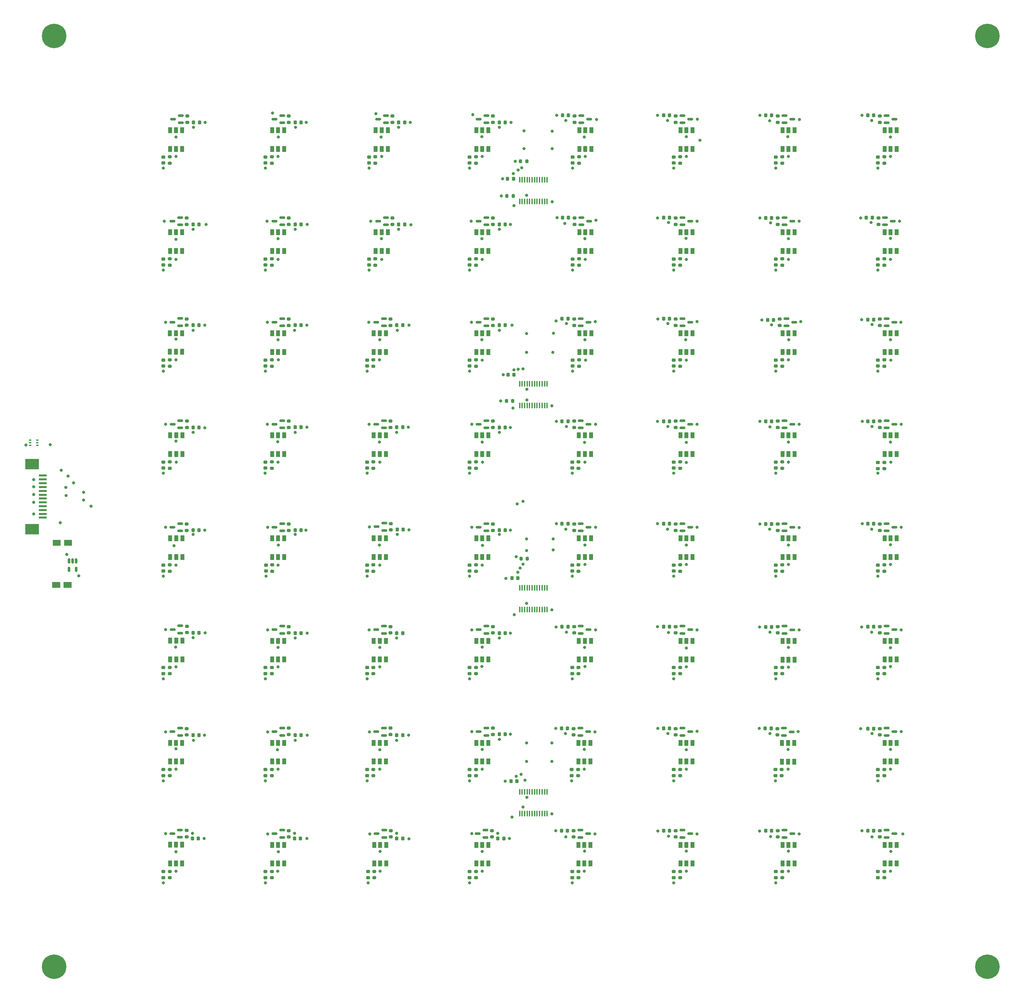
<source format=gbr>
%TF.GenerationSoftware,KiCad,Pcbnew,(6.0.8-1)-1*%
%TF.CreationDate,2023-01-11T15:38:10-05:00*%
%TF.ProjectId,smart-chessboard-board,736d6172-742d-4636-9865-7373626f6172,C*%
%TF.SameCoordinates,Original*%
%TF.FileFunction,Soldermask,Top*%
%TF.FilePolarity,Negative*%
%FSLAX46Y46*%
G04 Gerber Fmt 4.6, Leading zero omitted, Abs format (unit mm)*
G04 Created by KiCad (PCBNEW (6.0.8-1)-1) date 2023-01-11 15:38:10*
%MOMM*%
%LPD*%
G01*
G04 APERTURE LIST*
G04 Aperture macros list*
%AMRoundRect*
0 Rectangle with rounded corners*
0 $1 Rounding radius*
0 $2 $3 $4 $5 $6 $7 $8 $9 X,Y pos of 4 corners*
0 Add a 4 corners polygon primitive as box body*
4,1,4,$2,$3,$4,$5,$6,$7,$8,$9,$2,$3,0*
0 Add four circle primitives for the rounded corners*
1,1,$1+$1,$2,$3*
1,1,$1+$1,$4,$5*
1,1,$1+$1,$6,$7*
1,1,$1+$1,$8,$9*
0 Add four rect primitives between the rounded corners*
20,1,$1+$1,$2,$3,$4,$5,0*
20,1,$1+$1,$4,$5,$6,$7,0*
20,1,$1+$1,$6,$7,$8,$9,0*
20,1,$1+$1,$8,$9,$2,$3,0*%
%AMFreePoly0*
4,1,6,1.000000,0.000000,0.500000,-0.750000,-0.500000,-0.750000,-0.500000,0.750000,0.500000,0.750000,1.000000,0.000000,1.000000,0.000000,$1*%
G04 Aperture macros list end*
%ADD10RoundRect,0.150000X0.587500X0.150000X-0.587500X0.150000X-0.587500X-0.150000X0.587500X-0.150000X0*%
%ADD11RoundRect,0.150000X-0.587500X-0.150000X0.587500X-0.150000X0.587500X0.150000X-0.587500X0.150000X0*%
%ADD12RoundRect,0.225000X0.225000X0.250000X-0.225000X0.250000X-0.225000X-0.250000X0.225000X-0.250000X0*%
%ADD13R,1.000000X1.500000*%
%ADD14RoundRect,0.200000X0.275000X-0.200000X0.275000X0.200000X-0.275000X0.200000X-0.275000X-0.200000X0*%
%ADD15RoundRect,0.200000X-0.275000X0.200000X-0.275000X-0.200000X0.275000X-0.200000X0.275000X0.200000X0*%
%ADD16RoundRect,0.225000X-0.225000X-0.250000X0.225000X-0.250000X0.225000X0.250000X-0.225000X0.250000X0*%
%ADD17C,3.600000*%
%ADD18C,6.400000*%
%ADD19RoundRect,0.225000X-0.250000X0.225000X-0.250000X-0.225000X0.250000X-0.225000X0.250000X0.225000X0*%
%ADD20RoundRect,0.200000X-0.200000X-0.275000X0.200000X-0.275000X0.200000X0.275000X-0.200000X0.275000X0*%
%ADD21R,1.500000X1.500000*%
%ADD22FreePoly0,180.000000*%
%ADD23FreePoly0,0.000000*%
%ADD24RoundRect,0.100000X0.100000X-0.637500X0.100000X0.637500X-0.100000X0.637500X-0.100000X-0.637500X0*%
%ADD25RoundRect,0.150000X-0.150000X0.512500X-0.150000X-0.512500X0.150000X-0.512500X0.150000X0.512500X0*%
%ADD26R,2.000000X0.610000*%
%ADD27R,3.600000X2.680000*%
%ADD28RoundRect,0.075000X-0.250000X-0.075000X0.250000X-0.075000X0.250000X0.075000X-0.250000X0.075000X0*%
%ADD29C,0.800000*%
G04 APERTURE END LIST*
D10*
%TO.C,U432*%
X320882500Y-185481000D03*
X320882500Y-183581000D03*
D11*
X322882500Y-184531000D03*
%TD*%
D12*
%TO.C,C453*%
X237757000Y-103632000D03*
X236207000Y-103632000D03*
%TD*%
D13*
%TO.C,D202*%
X160325000Y-272452000D03*
X161925000Y-272452000D03*
X163525000Y-272452000D03*
X163525000Y-267552000D03*
X161925000Y-267552000D03*
X160325000Y-267552000D03*
%TD*%
D14*
%TO.C,R410*%
X164719000Y-238696000D03*
X164719000Y-237046000D03*
%TD*%
D11*
%TO.C,U460*%
X216327500Y-76901000D03*
X216327500Y-78801000D03*
D10*
X214327500Y-77851000D03*
%TD*%
D15*
%TO.C,R437*%
X239268000Y-156782000D03*
X239268000Y-158432000D03*
%TD*%
D16*
%TO.C,C402*%
X166217000Y-265938000D03*
X167767000Y-265938000D03*
%TD*%
D14*
%TO.C,R444*%
X218059000Y-131762000D03*
X218059000Y-130112000D03*
%TD*%
D13*
%TO.C,D245*%
X240589000Y-138721000D03*
X242189000Y-138721000D03*
X243789000Y-138721000D03*
X243789000Y-133821000D03*
X242189000Y-133821000D03*
X240589000Y-133821000D03*
%TD*%
D14*
%TO.C,R245*%
X213614000Y-142430000D03*
X213614000Y-140780000D03*
%TD*%
D17*
%TO.C,H102*%
X347218000Y-299466000D03*
D18*
X347218000Y-299466000D03*
%TD*%
D11*
%TO.C,U442*%
X162987500Y-129987000D03*
X162987500Y-131887000D03*
D10*
X160987500Y-130937000D03*
%TD*%
D12*
%TO.C,C440*%
X317513000Y-156845000D03*
X315963000Y-156845000D03*
%TD*%
D13*
%TO.C,D209*%
X133655000Y-245782000D03*
X135255000Y-245782000D03*
X136855000Y-245782000D03*
X136855000Y-240882000D03*
X135255000Y-240882000D03*
X133655000Y-240882000D03*
%TD*%
%TO.C,D237*%
X240462000Y-165391000D03*
X242062000Y-165391000D03*
X243662000Y-165391000D03*
X243662000Y-160491000D03*
X242062000Y-160491000D03*
X240462000Y-160491000D03*
%TD*%
D12*
%TO.C,C446*%
X264173000Y-130048000D03*
X262623000Y-130048000D03*
%TD*%
D19*
%TO.C,C227*%
X185166000Y-194424000D03*
X185166000Y-195974000D03*
%TD*%
D14*
%TO.C,R428*%
X218059000Y-185356000D03*
X218059000Y-183706000D03*
%TD*%
D13*
%TO.C,D208*%
X320345000Y-272452000D03*
X321945000Y-272452000D03*
X323545000Y-272452000D03*
X323545000Y-267552000D03*
X321945000Y-267552000D03*
X320345000Y-267552000D03*
%TD*%
D12*
%TO.C,C416*%
X317513000Y-237236000D03*
X315963000Y-237236000D03*
%TD*%
D13*
%TO.C,D238*%
X267005000Y-165391000D03*
X268605000Y-165391000D03*
X270205000Y-165391000D03*
X270205000Y-160491000D03*
X268605000Y-160491000D03*
X267005000Y-160491000D03*
%TD*%
D12*
%TO.C,C439*%
X290843000Y-156859000D03*
X289293000Y-156859000D03*
%TD*%
D15*
%TO.C,R424*%
X319151000Y-210503000D03*
X319151000Y-212153000D03*
%TD*%
D14*
%TO.C,R220*%
X186817000Y-222821000D03*
X186817000Y-221171000D03*
%TD*%
D16*
%TO.C,C409*%
X139687000Y-238887000D03*
X141237000Y-238887000D03*
%TD*%
D19*
%TO.C,C222*%
X265303000Y-221221000D03*
X265303000Y-222771000D03*
%TD*%
D13*
%TO.C,D257*%
X133655000Y-85635000D03*
X135255000Y-85635000D03*
X136855000Y-85635000D03*
X136855000Y-80735000D03*
X135255000Y-80735000D03*
X133655000Y-80735000D03*
%TD*%
D14*
%TO.C,R222*%
X240411000Y-222821000D03*
X240411000Y-221171000D03*
%TD*%
D12*
%TO.C,C455*%
X290843000Y-103646000D03*
X289293000Y-103646000D03*
%TD*%
D19*
%TO.C,C258*%
X158623000Y-87744000D03*
X158623000Y-89294000D03*
%TD*%
D11*
%TO.C,U459*%
X190038500Y-76901000D03*
X190038500Y-78801000D03*
D10*
X188038500Y-77851000D03*
%TD*%
%TO.C,U464*%
X320882500Y-78801000D03*
X320882500Y-76901000D03*
D11*
X322882500Y-77851000D03*
%TD*%
D19*
%TO.C,C237*%
X238760000Y-167500000D03*
X238760000Y-169050000D03*
%TD*%
D15*
%TO.C,R414*%
X265811000Y-237173000D03*
X265811000Y-238823000D03*
%TD*%
D14*
%TO.C,R417*%
X138073580Y-212083000D03*
X138073580Y-210433000D03*
%TD*%
D13*
%TO.C,D258*%
X160325000Y-85635000D03*
X161925000Y-85635000D03*
X163525000Y-85635000D03*
X163525000Y-80735000D03*
X161925000Y-80735000D03*
X160325000Y-80735000D03*
%TD*%
D10*
%TO.C,U424*%
X320882500Y-212278000D03*
X320882500Y-210378000D03*
D11*
X322882500Y-211328000D03*
%TD*%
D16*
%TO.C,C458*%
X166357000Y-78740000D03*
X167907000Y-78740000D03*
%TD*%
D19*
%TO.C,C221*%
X238760000Y-221221000D03*
X238760000Y-222771000D03*
%TD*%
%TO.C,C204*%
X211963000Y-274561000D03*
X211963000Y-276111000D03*
%TD*%
D10*
%TO.C,U445*%
X240999500Y-131887000D03*
X240999500Y-129987000D03*
D11*
X242999500Y-130937000D03*
%TD*%
D19*
%TO.C,C236*%
X211963000Y-167500000D03*
X211963000Y-169050000D03*
%TD*%
D14*
%TO.C,R208*%
X320294000Y-276161000D03*
X320294000Y-274511000D03*
%TD*%
%TO.C,R217*%
X320294000Y-249491000D03*
X320294000Y-247841000D03*
%TD*%
D19*
%TO.C,C248*%
X318643000Y-140830000D03*
X318643000Y-142380000D03*
%TD*%
D13*
%TO.C,D239*%
X293675000Y-165405000D03*
X295275000Y-165405000D03*
X296875000Y-165405000D03*
X296875000Y-160505000D03*
X295275000Y-160505000D03*
X293675000Y-160505000D03*
%TD*%
%TO.C,D263*%
X293675000Y-85649000D03*
X295275000Y-85649000D03*
X296875000Y-85649000D03*
X296875000Y-80749000D03*
X295275000Y-80749000D03*
X293675000Y-80749000D03*
%TD*%
D14*
%TO.C,R252*%
X187325000Y-116014000D03*
X187325000Y-114364000D03*
%TD*%
%TO.C,R258*%
X133604000Y-89344000D03*
X133604000Y-87694000D03*
%TD*%
D20*
%TO.C,R303*%
X221679000Y-97917000D03*
X223329000Y-97917000D03*
%TD*%
D14*
%TO.C,R234*%
X133604000Y-169100000D03*
X133604000Y-167450000D03*
%TD*%
D19*
%TO.C,C214*%
X265303000Y-247891000D03*
X265303000Y-249441000D03*
%TD*%
D14*
%TO.C,R451*%
X191770000Y-105346000D03*
X191770000Y-103696000D03*
%TD*%
D11*
%TO.C,U420*%
X216327500Y-210378000D03*
X216327500Y-212278000D03*
D10*
X214327500Y-211328000D03*
%TD*%
D19*
%TO.C,C264*%
X318643000Y-87744000D03*
X318643000Y-89294000D03*
%TD*%
D13*
%TO.C,D231*%
X293675000Y-192329000D03*
X295275000Y-192329000D03*
X296875000Y-192329000D03*
X296875000Y-187429000D03*
X295275000Y-187429000D03*
X293675000Y-187429000D03*
%TD*%
%TO.C,D224*%
X320345000Y-219112000D03*
X321945000Y-219112000D03*
X323545000Y-219112000D03*
X323545000Y-214212000D03*
X321945000Y-214212000D03*
X320345000Y-214212000D03*
%TD*%
D11*
%TO.C,U410*%
X162987500Y-237048000D03*
X162987500Y-238948000D03*
D10*
X160987500Y-237998000D03*
%TD*%
D15*
%TO.C,R439*%
X292481000Y-156796000D03*
X292481000Y-158446000D03*
%TD*%
D14*
%TO.C,R233*%
X320294000Y-196024000D03*
X320294000Y-194374000D03*
%TD*%
D10*
%TO.C,U440*%
X320882500Y-158557000D03*
X320882500Y-156657000D03*
D11*
X322882500Y-157607000D03*
%TD*%
D14*
%TO.C,R436*%
X218059000Y-158432000D03*
X218059000Y-156782000D03*
%TD*%
%TO.C,R207*%
X293624000Y-276161000D03*
X293624000Y-274511000D03*
%TD*%
%TO.C,R255*%
X266954000Y-116014000D03*
X266954000Y-114364000D03*
%TD*%
D16*
%TO.C,C460*%
X219697000Y-78740000D03*
X221247000Y-78740000D03*
%TD*%
D19*
%TO.C,C250*%
X158623000Y-114414000D03*
X158623000Y-115964000D03*
%TD*%
D14*
%TO.C,R238*%
X240411000Y-169100000D03*
X240411000Y-167450000D03*
%TD*%
D11*
%TO.C,U452*%
X216327500Y-103571000D03*
X216327500Y-105471000D03*
D10*
X214327500Y-104521000D03*
%TD*%
D19*
%TO.C,C215*%
X291846000Y-247891000D03*
X291846000Y-249441000D03*
%TD*%
D11*
%TO.C,U401*%
X136254500Y-263692600D03*
X136254500Y-265592600D03*
D10*
X134254500Y-264642600D03*
%TD*%
D16*
%TO.C,C401*%
X139497000Y-265912600D03*
X141047000Y-265912600D03*
%TD*%
D14*
%TO.C,R226*%
X133604000Y-196024000D03*
X133604000Y-194374000D03*
%TD*%
D13*
%TO.C,D259*%
X187376000Y-85635000D03*
X188976000Y-85635000D03*
X190576000Y-85635000D03*
X190576000Y-80735000D03*
X188976000Y-80735000D03*
X187376000Y-80735000D03*
%TD*%
D10*
%TO.C,U408*%
X320882500Y-265618000D03*
X320882500Y-263718000D03*
D11*
X322882500Y-264668000D03*
%TD*%
D19*
%TO.C,C231*%
X291973000Y-194424000D03*
X291973000Y-195974000D03*
%TD*%
D16*
%TO.C,C404*%
X219316000Y-265938000D03*
X220866000Y-265938000D03*
%TD*%
D10*
%TO.C,U429*%
X240999500Y-185481000D03*
X240999500Y-183581000D03*
D11*
X242999500Y-184531000D03*
%TD*%
D12*
%TO.C,C437*%
X237630000Y-156845000D03*
X236080000Y-156845000D03*
%TD*%
D15*
%TO.C,R438*%
X265811000Y-156782000D03*
X265811000Y-158432000D03*
%TD*%
D13*
%TO.C,D213*%
X240335000Y-245782000D03*
X241935000Y-245782000D03*
X243535000Y-245782000D03*
X243535000Y-240882000D03*
X241935000Y-240882000D03*
X240335000Y-240882000D03*
%TD*%
D14*
%TO.C,R224*%
X293624000Y-222821000D03*
X293624000Y-221171000D03*
%TD*%
%TO.C,R457*%
X138176000Y-78676000D03*
X138176000Y-77026000D03*
%TD*%
%TO.C,R401*%
X137986000Y-265467600D03*
X137986000Y-263817600D03*
%TD*%
D13*
%TO.C,D210*%
X160325000Y-245782000D03*
X161925000Y-245782000D03*
X163525000Y-245782000D03*
X163525000Y-240882000D03*
X161925000Y-240882000D03*
X160325000Y-240882000D03*
%TD*%
D19*
%TO.C,C232*%
X318643000Y-194424000D03*
X318643000Y-195974000D03*
%TD*%
D14*
%TO.C,R427*%
X191389000Y-185229000D03*
X191389000Y-183579000D03*
%TD*%
D11*
%TO.C,U411*%
X189530500Y-237048000D03*
X189530500Y-238948000D03*
D10*
X187530500Y-237998000D03*
%TD*%
D13*
%TO.C,D261*%
X240589000Y-85635000D03*
X242189000Y-85635000D03*
X243789000Y-85635000D03*
X243789000Y-80735000D03*
X242189000Y-80735000D03*
X240589000Y-80735000D03*
%TD*%
D10*
%TO.C,U453*%
X241126500Y-105471000D03*
X241126500Y-103571000D03*
D11*
X243126500Y-104521000D03*
%TD*%
D14*
%TO.C,R434*%
X164719000Y-158432000D03*
X164719000Y-156782000D03*
%TD*%
D15*
%TO.C,R453*%
X239395000Y-103696000D03*
X239395000Y-105346000D03*
%TD*%
D14*
%TO.C,R237*%
X213614000Y-169100000D03*
X213614000Y-167450000D03*
%TD*%
D12*
%TO.C,C422*%
X264173000Y-210566000D03*
X262623000Y-210566000D03*
%TD*%
D21*
%TO.C,SW102*%
X106610000Y-199644000D03*
X104210000Y-199644000D03*
D22*
X107410000Y-199644000D03*
D23*
X103410000Y-199644000D03*
%TD*%
D13*
%TO.C,D206*%
X267005000Y-272452000D03*
X268605000Y-272452000D03*
X270205000Y-272452000D03*
X270205000Y-267552000D03*
X268605000Y-267552000D03*
X267005000Y-267552000D03*
%TD*%
D24*
%TO.C,U302*%
X225025000Y-206062500D03*
X225675000Y-206062500D03*
X226325000Y-206062500D03*
X226975000Y-206062500D03*
X227625000Y-206062500D03*
X228275000Y-206062500D03*
X228925000Y-206062500D03*
X229575000Y-206062500D03*
X230225000Y-206062500D03*
X230875000Y-206062500D03*
X231525000Y-206062500D03*
X232175000Y-206062500D03*
X232175000Y-200337500D03*
X231525000Y-200337500D03*
X230875000Y-200337500D03*
X230225000Y-200337500D03*
X229575000Y-200337500D03*
X228925000Y-200337500D03*
X228275000Y-200337500D03*
X227625000Y-200337500D03*
X226975000Y-200337500D03*
X226325000Y-200337500D03*
X225675000Y-200337500D03*
X225025000Y-200337500D03*
%TD*%
D15*
%TO.C,R447*%
X292989000Y-130126000D03*
X292989000Y-131776000D03*
%TD*%
D14*
%TO.C,R264*%
X293624000Y-89344000D03*
X293624000Y-87694000D03*
%TD*%
%TO.C,R239*%
X266954000Y-169100000D03*
X266954000Y-167450000D03*
%TD*%
D12*
%TO.C,C405*%
X237503000Y-263906000D03*
X235953000Y-263906000D03*
%TD*%
D13*
%TO.C,D205*%
X240335000Y-272452000D03*
X241935000Y-272452000D03*
X243535000Y-272452000D03*
X243535000Y-267552000D03*
X241935000Y-267552000D03*
X240335000Y-267552000D03*
%TD*%
D21*
%TO.C,SW101*%
X106737000Y-188595000D03*
X104337000Y-188595000D03*
D22*
X107537000Y-188595000D03*
D23*
X103537000Y-188595000D03*
%TD*%
D14*
%TO.C,R204*%
X213614000Y-276161000D03*
X213614000Y-274511000D03*
%TD*%
D19*
%TO.C,C254*%
X265303000Y-114414000D03*
X265303000Y-115964000D03*
%TD*%
D16*
%TO.C,C428*%
X219697000Y-185293000D03*
X221247000Y-185293000D03*
%TD*%
D10*
%TO.C,U405*%
X240872500Y-265618000D03*
X240872500Y-263718000D03*
D11*
X242872500Y-264668000D03*
%TD*%
D15*
%TO.C,R416*%
X319151000Y-237173000D03*
X319151000Y-238823000D03*
%TD*%
D14*
%TO.C,R411*%
X191262000Y-238696000D03*
X191262000Y-237046000D03*
%TD*%
D12*
%TO.C,C302*%
X224549000Y-197866000D03*
X222999000Y-197866000D03*
%TD*%
D14*
%TO.C,R243*%
X160274000Y-142430000D03*
X160274000Y-140780000D03*
%TD*%
D19*
%TO.C,C238*%
X265303000Y-167500000D03*
X265303000Y-169050000D03*
%TD*%
D14*
%TO.C,R201*%
X133604000Y-276161000D03*
X133604000Y-274511000D03*
%TD*%
D16*
%TO.C,C451*%
X193408000Y-105410000D03*
X194958000Y-105410000D03*
%TD*%
D19*
%TO.C,C257*%
X131953000Y-87744000D03*
X131953000Y-89294000D03*
%TD*%
%TO.C,C241*%
X131953000Y-140830000D03*
X131953000Y-142380000D03*
%TD*%
D13*
%TO.C,D241*%
X133639580Y-138685000D03*
X135239580Y-138685000D03*
X136839580Y-138685000D03*
X136839580Y-133785000D03*
X135239580Y-133785000D03*
X133639580Y-133785000D03*
%TD*%
%TO.C,D234*%
X160325000Y-165391000D03*
X161925000Y-165391000D03*
X163525000Y-165391000D03*
X163525000Y-160491000D03*
X161925000Y-160491000D03*
X160325000Y-160491000D03*
%TD*%
D10*
%TO.C,U431*%
X294212500Y-185495000D03*
X294212500Y-183595000D03*
D11*
X296212500Y-184545000D03*
%TD*%
%TO.C,U419*%
X189530500Y-210378000D03*
X189530500Y-212278000D03*
D10*
X187530500Y-211328000D03*
%TD*%
D19*
%TO.C,C263*%
X291973000Y-87744000D03*
X291973000Y-89294000D03*
%TD*%
D11*
%TO.C,U412*%
X216327500Y-237048000D03*
X216327500Y-238948000D03*
D10*
X214327500Y-237998000D03*
%TD*%
D16*
%TO.C,C418*%
X166344000Y-212217000D03*
X167894000Y-212217000D03*
%TD*%
D15*
%TO.C,R455*%
X292481000Y-103710000D03*
X292481000Y-105360000D03*
%TD*%
D13*
%TO.C,D242*%
X160325000Y-138721000D03*
X161925000Y-138721000D03*
X163525000Y-138721000D03*
X163525000Y-133821000D03*
X161925000Y-133821000D03*
X160325000Y-133821000D03*
%TD*%
D11*
%TO.C,U451*%
X190038500Y-103571000D03*
X190038500Y-105471000D03*
D10*
X188038500Y-104521000D03*
%TD*%
D14*
%TO.C,R443*%
X191262000Y-131762000D03*
X191262000Y-130112000D03*
%TD*%
D19*
%TO.C,C207*%
X291973000Y-274561000D03*
X291973000Y-276111000D03*
%TD*%
D16*
%TO.C,C433*%
X139701580Y-158490000D03*
X141251580Y-158490000D03*
%TD*%
%TO.C,C412*%
X219697000Y-238633000D03*
X221247000Y-238633000D03*
%TD*%
D12*
%TO.C,C454*%
X264173000Y-103632000D03*
X262623000Y-103632000D03*
%TD*%
D14*
%TO.C,R418*%
X164719000Y-212153000D03*
X164719000Y-210503000D03*
%TD*%
D16*
%TO.C,C443*%
X192900000Y-131699000D03*
X194450000Y-131699000D03*
%TD*%
D15*
%TO.C,R407*%
X292481000Y-263843000D03*
X292481000Y-265493000D03*
%TD*%
D19*
%TO.C,C212*%
X211963000Y-247891000D03*
X211963000Y-249441000D03*
%TD*%
%TO.C,C208*%
X318643000Y-274561000D03*
X318643000Y-276111000D03*
%TD*%
D15*
%TO.C,R423*%
X292481000Y-210517000D03*
X292481000Y-212167000D03*
%TD*%
D16*
%TO.C,C436*%
X219697000Y-158496000D03*
X221247000Y-158496000D03*
%TD*%
%TO.C,C411*%
X192900000Y-238887000D03*
X194450000Y-238887000D03*
%TD*%
D14*
%TO.C,R449*%
X138049000Y-105346000D03*
X138049000Y-103696000D03*
%TD*%
D15*
%TO.C,R405*%
X239141000Y-263843000D03*
X239141000Y-265493000D03*
%TD*%
D14*
%TO.C,R235*%
X160274000Y-169100000D03*
X160274000Y-167450000D03*
%TD*%
D13*
%TO.C,D220*%
X213665000Y-219112000D03*
X215265000Y-219112000D03*
X216865000Y-219112000D03*
X216865000Y-214212000D03*
X215265000Y-214212000D03*
X213665000Y-214212000D03*
%TD*%
D12*
%TO.C,C408*%
X317513000Y-263906000D03*
X315963000Y-263906000D03*
%TD*%
D10*
%TO.C,U421*%
X240999500Y-212278000D03*
X240999500Y-210378000D03*
D11*
X242999500Y-211328000D03*
%TD*%
D10*
%TO.C,U415*%
X294085500Y-238962000D03*
X294085500Y-237062000D03*
D11*
X296085500Y-238012000D03*
%TD*%
D18*
%TO.C,H104*%
X103378000Y-299466000D03*
D17*
X103378000Y-299466000D03*
%TD*%
D12*
%TO.C,C461*%
X237757000Y-76835000D03*
X236207000Y-76835000D03*
%TD*%
D16*
%TO.C,C457*%
X139814000Y-78740000D03*
X141364000Y-78740000D03*
%TD*%
D15*
%TO.C,R408*%
X319151000Y-263843000D03*
X319151000Y-265493000D03*
%TD*%
D14*
%TO.C,R452*%
X218059000Y-105346000D03*
X218059000Y-103696000D03*
%TD*%
D19*
%TO.C,C206*%
X265303000Y-274561000D03*
X265303000Y-276111000D03*
%TD*%
D14*
%TO.C,R221*%
X213614000Y-222821000D03*
X213614000Y-221171000D03*
%TD*%
D12*
%TO.C,C432*%
X317513000Y-183642000D03*
X315963000Y-183642000D03*
%TD*%
D13*
%TO.C,D252*%
X213665000Y-112305000D03*
X215265000Y-112305000D03*
X216865000Y-112305000D03*
X216865000Y-107405000D03*
X215265000Y-107405000D03*
X213665000Y-107405000D03*
%TD*%
D19*
%TO.C,C260*%
X211963000Y-87744000D03*
X211963000Y-89294000D03*
%TD*%
D14*
%TO.C,R202*%
X160274000Y-276161000D03*
X160274000Y-274511000D03*
%TD*%
%TO.C,R205*%
X240411000Y-276161000D03*
X240411000Y-274511000D03*
%TD*%
D16*
%TO.C,C450*%
X166357000Y-105410000D03*
X167907000Y-105410000D03*
%TD*%
D19*
%TO.C,C211*%
X185166000Y-247891000D03*
X185166000Y-249441000D03*
%TD*%
D11*
%TO.C,U409*%
X136317500Y-237048000D03*
X136317500Y-238948000D03*
D10*
X134317500Y-237998000D03*
%TD*%
%TO.C,U446*%
X267542500Y-131887000D03*
X267542500Y-129987000D03*
D11*
X269542500Y-130937000D03*
%TD*%
D14*
%TO.C,R216*%
X293497000Y-249491000D03*
X293497000Y-247841000D03*
%TD*%
D13*
%TO.C,D225*%
X133679580Y-192332000D03*
X135279580Y-192332000D03*
X136879580Y-192332000D03*
X136879580Y-187432000D03*
X135279580Y-187432000D03*
X133679580Y-187432000D03*
%TD*%
D14*
%TO.C,R263*%
X266954000Y-89344000D03*
X266954000Y-87694000D03*
%TD*%
D10*
%TO.C,U438*%
X267542500Y-158557000D03*
X267542500Y-156657000D03*
D11*
X269542500Y-157607000D03*
%TD*%
D19*
%TO.C,C253*%
X238887000Y-114414000D03*
X238887000Y-115964000D03*
%TD*%
D16*
%TO.C,C426*%
X166357000Y-185293000D03*
X167907000Y-185293000D03*
%TD*%
D14*
%TO.C,R227*%
X160401000Y-196024000D03*
X160401000Y-194374000D03*
%TD*%
D11*
%TO.C,U450*%
X162987500Y-103571000D03*
X162987500Y-105471000D03*
D10*
X160987500Y-104521000D03*
%TD*%
D13*
%TO.C,D216*%
X320345000Y-245782000D03*
X321945000Y-245782000D03*
X323545000Y-245782000D03*
X323545000Y-240882000D03*
X321945000Y-240882000D03*
X320345000Y-240882000D03*
%TD*%
D19*
%TO.C,C217*%
X131953000Y-221221000D03*
X131953000Y-222771000D03*
%TD*%
D13*
%TO.C,D233*%
X133669580Y-165385000D03*
X135269580Y-165385000D03*
X136869580Y-165385000D03*
X136869580Y-160485000D03*
X135269580Y-160485000D03*
X133669580Y-160485000D03*
%TD*%
D10*
%TO.C,U437*%
X240999500Y-158557000D03*
X240999500Y-156657000D03*
D11*
X242999500Y-157607000D03*
%TD*%
D14*
%TO.C,R253*%
X213614000Y-116014000D03*
X213614000Y-114364000D03*
%TD*%
D10*
%TO.C,U439*%
X294212500Y-158571000D03*
X294212500Y-156671000D03*
D11*
X296212500Y-157621000D03*
%TD*%
D13*
%TO.C,D247*%
X293675000Y-138735000D03*
X295275000Y-138735000D03*
X296875000Y-138735000D03*
X296875000Y-133835000D03*
X295275000Y-133835000D03*
X293675000Y-133835000D03*
%TD*%
%TO.C,D218*%
X160325000Y-219112000D03*
X161925000Y-219112000D03*
X163525000Y-219112000D03*
X163525000Y-214212000D03*
X161925000Y-214212000D03*
X160325000Y-214212000D03*
%TD*%
%TO.C,D201*%
X133655000Y-272426600D03*
X135255000Y-272426600D03*
X136855000Y-272426600D03*
X136855000Y-267526600D03*
X135255000Y-267526600D03*
X133655000Y-267526600D03*
%TD*%
D16*
%TO.C,C427*%
X193027000Y-185166000D03*
X194577000Y-185166000D03*
%TD*%
D14*
%TO.C,R218*%
X133604000Y-222821000D03*
X133604000Y-221171000D03*
%TD*%
D19*
%TO.C,C240*%
X318643000Y-167627000D03*
X318643000Y-169177000D03*
%TD*%
D16*
%TO.C,C434*%
X166357000Y-158369000D03*
X167907000Y-158369000D03*
%TD*%
D15*
%TO.C,R406*%
X265811000Y-263843000D03*
X265811000Y-265493000D03*
%TD*%
D13*
%TO.C,D228*%
X213665000Y-192315000D03*
X215265000Y-192315000D03*
X216865000Y-192315000D03*
X216865000Y-187415000D03*
X215265000Y-187415000D03*
X213665000Y-187415000D03*
%TD*%
%TO.C,D204*%
X213665000Y-272452000D03*
X215265000Y-272452000D03*
X216865000Y-272452000D03*
X216865000Y-267552000D03*
X215265000Y-267552000D03*
X213665000Y-267552000D03*
%TD*%
D15*
%TO.C,R448*%
X319151000Y-130112000D03*
X319151000Y-131762000D03*
%TD*%
D11*
%TO.C,U458*%
X162987500Y-76901000D03*
X162987500Y-78801000D03*
D10*
X160987500Y-77851000D03*
%TD*%
D19*
%TO.C,C256*%
X318643000Y-114414000D03*
X318643000Y-115964000D03*
%TD*%
D11*
%TO.C,U428*%
X216327500Y-183581000D03*
X216327500Y-185481000D03*
D10*
X214327500Y-184531000D03*
%TD*%
D11*
%TO.C,U402*%
X162987500Y-263718000D03*
X162987500Y-265618000D03*
D10*
X160987500Y-264668000D03*
%TD*%
D13*
%TO.C,D260*%
X213665000Y-85635000D03*
X215265000Y-85635000D03*
X216865000Y-85635000D03*
X216865000Y-80735000D03*
X215265000Y-80735000D03*
X213665000Y-80735000D03*
%TD*%
D11*
%TO.C,U418*%
X162987500Y-210378000D03*
X162987500Y-212278000D03*
D10*
X160987500Y-211328000D03*
%TD*%
D11*
%TO.C,U425*%
X136317500Y-183598000D03*
X136317500Y-185498000D03*
D10*
X134317500Y-184548000D03*
%TD*%
D20*
%TO.C,R301*%
X225362000Y-192786000D03*
X227012000Y-192786000D03*
%TD*%
D19*
%TO.C,C205*%
X238760000Y-274561000D03*
X238760000Y-276111000D03*
%TD*%
D14*
%TO.C,R433*%
X138063580Y-158426000D03*
X138063580Y-156776000D03*
%TD*%
%TO.C,R262*%
X240538000Y-89344000D03*
X240538000Y-87694000D03*
%TD*%
D12*
%TO.C,C407*%
X290843000Y-263906000D03*
X289293000Y-263906000D03*
%TD*%
D14*
%TO.C,R412*%
X218059000Y-238696000D03*
X218059000Y-237046000D03*
%TD*%
D19*
%TO.C,C219*%
X185166000Y-221221000D03*
X185166000Y-222771000D03*
%TD*%
D14*
%TO.C,R250*%
X133604000Y-116014000D03*
X133604000Y-114364000D03*
%TD*%
D10*
%TO.C,U447*%
X294720500Y-131901000D03*
X294720500Y-130001000D03*
D11*
X296720500Y-130951000D03*
%TD*%
D14*
%TO.C,R260*%
X187325000Y-89344000D03*
X187325000Y-87694000D03*
%TD*%
%TO.C,R420*%
X218059000Y-212153000D03*
X218059000Y-210503000D03*
%TD*%
D15*
%TO.C,R431*%
X292481000Y-183720000D03*
X292481000Y-185370000D03*
%TD*%
%TO.C,R462*%
X265811000Y-77026000D03*
X265811000Y-78676000D03*
%TD*%
D14*
%TO.C,R460*%
X218059000Y-78676000D03*
X218059000Y-77026000D03*
%TD*%
D10*
%TO.C,U454*%
X267542500Y-105471000D03*
X267542500Y-103571000D03*
D11*
X269542500Y-104521000D03*
%TD*%
D19*
%TO.C,C209*%
X131953000Y-247891000D03*
X131953000Y-249441000D03*
%TD*%
D12*
%TO.C,C462*%
X264173000Y-76835000D03*
X262623000Y-76835000D03*
%TD*%
D16*
%TO.C,C449*%
X139687000Y-105410000D03*
X141237000Y-105410000D03*
%TD*%
D14*
%TO.C,R259*%
X160274000Y-89344000D03*
X160274000Y-87694000D03*
%TD*%
D13*
%TO.C,D212*%
X213665000Y-245782000D03*
X215265000Y-245782000D03*
X216865000Y-245782000D03*
X216865000Y-240882000D03*
X215265000Y-240882000D03*
X213665000Y-240882000D03*
%TD*%
D15*
%TO.C,R432*%
X319151000Y-183706000D03*
X319151000Y-185356000D03*
%TD*%
%TO.C,R421*%
X239268000Y-210503000D03*
X239268000Y-212153000D03*
%TD*%
D14*
%TO.C,R240*%
X293624000Y-169100000D03*
X293624000Y-167450000D03*
%TD*%
D24*
%TO.C,U304*%
X225025000Y-99382500D03*
X225675000Y-99382500D03*
X226325000Y-99382500D03*
X226975000Y-99382500D03*
X227625000Y-99382500D03*
X228275000Y-99382500D03*
X228925000Y-99382500D03*
X229575000Y-99382500D03*
X230225000Y-99382500D03*
X230875000Y-99382500D03*
X231525000Y-99382500D03*
X232175000Y-99382500D03*
X232175000Y-93657500D03*
X231525000Y-93657500D03*
X230875000Y-93657500D03*
X230225000Y-93657500D03*
X229575000Y-93657500D03*
X228925000Y-93657500D03*
X228275000Y-93657500D03*
X227625000Y-93657500D03*
X226975000Y-93657500D03*
X226325000Y-93657500D03*
X225675000Y-93657500D03*
X225025000Y-93657500D03*
%TD*%
D10*
%TO.C,U423*%
X294212500Y-212292000D03*
X294212500Y-210392000D03*
D11*
X296212500Y-211342000D03*
%TD*%
D25*
%TO.C,U102*%
X109154000Y-193299500D03*
X108204000Y-193299500D03*
X107254000Y-193299500D03*
X107254000Y-195574500D03*
X109154000Y-195574500D03*
%TD*%
D14*
%TO.C,R404*%
X217805000Y-265493000D03*
X217805000Y-263843000D03*
%TD*%
D15*
%TO.C,R464*%
X319151000Y-77026000D03*
X319151000Y-78676000D03*
%TD*%
D14*
%TO.C,R244*%
X186817000Y-142430000D03*
X186817000Y-140780000D03*
%TD*%
D11*
%TO.C,U433*%
X136332080Y-156651000D03*
X136332080Y-158551000D03*
D10*
X134332080Y-157601000D03*
%TD*%
D19*
%TO.C,C235*%
X185166000Y-167500000D03*
X185166000Y-169050000D03*
%TD*%
D15*
%TO.C,R445*%
X239268000Y-130112000D03*
X239268000Y-131762000D03*
%TD*%
D12*
%TO.C,C301*%
X224295000Y-250952000D03*
X222745000Y-250952000D03*
%TD*%
D19*
%TO.C,C213*%
X238633000Y-247891000D03*
X238633000Y-249441000D03*
%TD*%
D13*
%TO.C,D222*%
X267005000Y-219112000D03*
X268605000Y-219112000D03*
X270205000Y-219112000D03*
X270205000Y-214212000D03*
X268605000Y-214212000D03*
X267005000Y-214212000D03*
%TD*%
D10*
%TO.C,U414*%
X267542500Y-238948000D03*
X267542500Y-237048000D03*
D11*
X269542500Y-237998000D03*
%TD*%
D19*
%TO.C,C246*%
X265303000Y-140830000D03*
X265303000Y-142380000D03*
%TD*%
D13*
%TO.C,D214*%
X267005000Y-245782000D03*
X268605000Y-245782000D03*
X270205000Y-245782000D03*
X270205000Y-240882000D03*
X268605000Y-240882000D03*
X267005000Y-240882000D03*
%TD*%
D10*
%TO.C,U461*%
X241126500Y-78801000D03*
X241126500Y-76901000D03*
D11*
X243126500Y-77851000D03*
%TD*%
D12*
%TO.C,C304*%
X223406000Y-93472000D03*
X221856000Y-93472000D03*
%TD*%
%TO.C,C423*%
X290843000Y-210580000D03*
X289293000Y-210580000D03*
%TD*%
D14*
%TO.C,R210*%
X160274000Y-249491000D03*
X160274000Y-247841000D03*
%TD*%
%TO.C,R247*%
X266954000Y-142430000D03*
X266954000Y-140780000D03*
%TD*%
D10*
%TO.C,U455*%
X294212500Y-105485000D03*
X294212500Y-103585000D03*
D11*
X296212500Y-104535000D03*
%TD*%
D13*
%TO.C,D217*%
X133679580Y-219042000D03*
X135279580Y-219042000D03*
X136879580Y-219042000D03*
X136879580Y-214142000D03*
X135279580Y-214142000D03*
X133679580Y-214142000D03*
%TD*%
D12*
%TO.C,C456*%
X317132000Y-103632000D03*
X315582000Y-103632000D03*
%TD*%
D11*
%TO.C,U404*%
X216073500Y-263718000D03*
X216073500Y-265618000D03*
D10*
X214073500Y-264668000D03*
%TD*%
D15*
%TO.C,R440*%
X319151000Y-156782000D03*
X319151000Y-158432000D03*
%TD*%
D18*
%TO.C,H101*%
X347218000Y-56134000D03*
D17*
X347218000Y-56134000D03*
%TD*%
D16*
%TO.C,C420*%
X219697000Y-212217000D03*
X221247000Y-212217000D03*
%TD*%
D13*
%TO.C,D264*%
X320345000Y-85635000D03*
X321945000Y-85635000D03*
X323545000Y-85635000D03*
X323545000Y-80735000D03*
X321945000Y-80735000D03*
X320345000Y-80735000D03*
%TD*%
D16*
%TO.C,C403*%
X192900000Y-265938000D03*
X194450000Y-265938000D03*
%TD*%
D10*
%TO.C,U413*%
X240872500Y-238948000D03*
X240872500Y-237048000D03*
D11*
X242872500Y-237998000D03*
%TD*%
D16*
%TO.C,C459*%
X193408000Y-78740000D03*
X194958000Y-78740000D03*
%TD*%
D19*
%TO.C,C210*%
X158623000Y-247891000D03*
X158623000Y-249441000D03*
%TD*%
D12*
%TO.C,C448*%
X317513000Y-130302000D03*
X315963000Y-130302000D03*
%TD*%
D16*
%TO.C,C425*%
X139687000Y-185293000D03*
X141237000Y-185293000D03*
%TD*%
D19*
%TO.C,C230*%
X265303000Y-194424000D03*
X265303000Y-195974000D03*
%TD*%
D15*
%TO.C,R456*%
X318770000Y-103696000D03*
X318770000Y-105346000D03*
%TD*%
D14*
%TO.C,R203*%
X187071000Y-276161000D03*
X187071000Y-274511000D03*
%TD*%
D10*
%TO.C,U416*%
X320882500Y-238948000D03*
X320882500Y-237048000D03*
D11*
X322882500Y-237998000D03*
%TD*%
D13*
%TO.C,D232*%
X320345000Y-192315000D03*
X321945000Y-192315000D03*
X323545000Y-192315000D03*
X323545000Y-187415000D03*
X321945000Y-187415000D03*
X320345000Y-187415000D03*
%TD*%
%TO.C,D219*%
X186868000Y-219112000D03*
X188468000Y-219112000D03*
X190068000Y-219112000D03*
X190068000Y-214212000D03*
X188468000Y-214212000D03*
X186868000Y-214212000D03*
%TD*%
D14*
%TO.C,R236*%
X186817000Y-169100000D03*
X186817000Y-167450000D03*
%TD*%
D16*
%TO.C,C419*%
X192900000Y-212217000D03*
X194450000Y-212217000D03*
%TD*%
D14*
%TO.C,R212*%
X213614000Y-249491000D03*
X213614000Y-247841000D03*
%TD*%
%TO.C,R409*%
X138049000Y-238823000D03*
X138049000Y-237173000D03*
%TD*%
D19*
%TO.C,C251*%
X185674000Y-114414000D03*
X185674000Y-115964000D03*
%TD*%
D14*
%TO.C,R425*%
X138049000Y-185373000D03*
X138049000Y-183723000D03*
%TD*%
D19*
%TO.C,C261*%
X238887000Y-87744000D03*
X238887000Y-89294000D03*
%TD*%
D11*
%TO.C,U427*%
X189657500Y-183454000D03*
X189657500Y-185354000D03*
D10*
X187657500Y-184404000D03*
%TD*%
D14*
%TO.C,R209*%
X133604000Y-249491000D03*
X133604000Y-247841000D03*
%TD*%
D15*
%TO.C,R429*%
X239268000Y-183706000D03*
X239268000Y-185356000D03*
%TD*%
D10*
%TO.C,U422*%
X267542500Y-212278000D03*
X267542500Y-210378000D03*
D11*
X269542500Y-211328000D03*
%TD*%
D13*
%TO.C,D246*%
X267005000Y-138721000D03*
X268605000Y-138721000D03*
X270205000Y-138721000D03*
X270205000Y-133821000D03*
X268605000Y-133821000D03*
X267005000Y-133821000D03*
%TD*%
D14*
%TO.C,R223*%
X266954000Y-222821000D03*
X266954000Y-221171000D03*
%TD*%
D19*
%TO.C,C239*%
X291973000Y-167500000D03*
X291973000Y-169050000D03*
%TD*%
%TO.C,C242*%
X158623000Y-140830000D03*
X158623000Y-142380000D03*
%TD*%
D12*
%TO.C,C445*%
X237630000Y-130048000D03*
X236080000Y-130048000D03*
%TD*%
D19*
%TO.C,C225*%
X131953000Y-194424000D03*
X131953000Y-195974000D03*
%TD*%
D13*
%TO.C,D230*%
X267005000Y-192315000D03*
X268605000Y-192315000D03*
X270205000Y-192315000D03*
X270205000Y-187415000D03*
X268605000Y-187415000D03*
X267005000Y-187415000D03*
%TD*%
D10*
%TO.C,U463*%
X294212500Y-78815000D03*
X294212500Y-76915000D03*
D11*
X296212500Y-77865000D03*
%TD*%
D14*
%TO.C,R249*%
X320294000Y-142430000D03*
X320294000Y-140780000D03*
%TD*%
D10*
%TO.C,U430*%
X267542500Y-185481000D03*
X267542500Y-183581000D03*
D11*
X269542500Y-184531000D03*
%TD*%
D13*
%TO.C,D250*%
X160325000Y-112305000D03*
X161925000Y-112305000D03*
X163525000Y-112305000D03*
X163525000Y-107405000D03*
X161925000Y-107405000D03*
X160325000Y-107405000D03*
%TD*%
%TO.C,D248*%
X320345000Y-138721000D03*
X321945000Y-138721000D03*
X323545000Y-138721000D03*
X323545000Y-133821000D03*
X321945000Y-133821000D03*
X320345000Y-133821000D03*
%TD*%
D12*
%TO.C,C431*%
X290843000Y-183656000D03*
X289293000Y-183656000D03*
%TD*%
D14*
%TO.C,R214*%
X240284000Y-249491000D03*
X240284000Y-247841000D03*
%TD*%
D11*
%TO.C,U434*%
X162987500Y-156657000D03*
X162987500Y-158557000D03*
D10*
X160987500Y-157607000D03*
%TD*%
D13*
%TO.C,D207*%
X293675000Y-272452000D03*
X295275000Y-272452000D03*
X296875000Y-272452000D03*
X296875000Y-267552000D03*
X295275000Y-267552000D03*
X293675000Y-267552000D03*
%TD*%
D15*
%TO.C,R446*%
X265811000Y-130112000D03*
X265811000Y-131762000D03*
%TD*%
D11*
%TO.C,U443*%
X189530500Y-129987000D03*
X189530500Y-131887000D03*
D10*
X187530500Y-130937000D03*
%TD*%
D13*
%TO.C,D223*%
X293675000Y-219126000D03*
X295275000Y-219126000D03*
X296875000Y-219126000D03*
X296875000Y-214226000D03*
X295275000Y-214226000D03*
X293675000Y-214226000D03*
%TD*%
D14*
%TO.C,R241*%
X320294000Y-169227000D03*
X320294000Y-167577000D03*
%TD*%
D12*
%TO.C,C414*%
X264173000Y-237109000D03*
X262623000Y-237109000D03*
%TD*%
%TO.C,C406*%
X264173000Y-263906000D03*
X262623000Y-263906000D03*
%TD*%
D19*
%TO.C,C244*%
X211963000Y-140830000D03*
X211963000Y-142380000D03*
%TD*%
D14*
%TO.C,R215*%
X266954000Y-249491000D03*
X266954000Y-247841000D03*
%TD*%
D12*
%TO.C,C424*%
X317513000Y-210566000D03*
X315963000Y-210566000D03*
%TD*%
D14*
%TO.C,R426*%
X164719000Y-185356000D03*
X164719000Y-183706000D03*
%TD*%
D12*
%TO.C,C447*%
X291351000Y-130316000D03*
X289801000Y-130316000D03*
%TD*%
D14*
%TO.C,R246*%
X240538000Y-142430000D03*
X240538000Y-140780000D03*
%TD*%
D11*
%TO.C,U417*%
X136342080Y-210308000D03*
X136342080Y-212208000D03*
D10*
X134342080Y-211258000D03*
%TD*%
D18*
%TO.C,H103*%
X103378000Y-56134000D03*
D17*
X103378000Y-56134000D03*
%TD*%
D14*
%TO.C,R242*%
X133604000Y-142430000D03*
X133604000Y-140780000D03*
%TD*%
D12*
%TO.C,C438*%
X264173000Y-156845000D03*
X262623000Y-156845000D03*
%TD*%
%TO.C,C413*%
X237503000Y-237109000D03*
X235953000Y-237109000D03*
%TD*%
D10*
%TO.C,U456*%
X320501500Y-105471000D03*
X320501500Y-103571000D03*
D11*
X322501500Y-104521000D03*
%TD*%
D24*
%TO.C,U301*%
X225025000Y-259402500D03*
X225675000Y-259402500D03*
X226325000Y-259402500D03*
X226975000Y-259402500D03*
X227625000Y-259402500D03*
X228275000Y-259402500D03*
X228925000Y-259402500D03*
X229575000Y-259402500D03*
X230225000Y-259402500D03*
X230875000Y-259402500D03*
X231525000Y-259402500D03*
X232175000Y-259402500D03*
X232175000Y-253677500D03*
X231525000Y-253677500D03*
X230875000Y-253677500D03*
X230225000Y-253677500D03*
X229575000Y-253677500D03*
X228925000Y-253677500D03*
X228275000Y-253677500D03*
X227625000Y-253677500D03*
X226975000Y-253677500D03*
X226325000Y-253677500D03*
X225675000Y-253677500D03*
X225025000Y-253677500D03*
%TD*%
D14*
%TO.C,R219*%
X160274000Y-222821000D03*
X160274000Y-221171000D03*
%TD*%
D19*
%TO.C,C247*%
X291973000Y-140830000D03*
X291973000Y-142380000D03*
%TD*%
D13*
%TO.C,D254*%
X267005000Y-112305000D03*
X268605000Y-112305000D03*
X270205000Y-112305000D03*
X270205000Y-107405000D03*
X268605000Y-107405000D03*
X267005000Y-107405000D03*
%TD*%
D14*
%TO.C,R442*%
X164719000Y-131762000D03*
X164719000Y-130112000D03*
%TD*%
D16*
%TO.C,C444*%
X219697000Y-131699000D03*
X221247000Y-131699000D03*
%TD*%
D19*
%TO.C,C229*%
X238760000Y-194424000D03*
X238760000Y-195974000D03*
%TD*%
%TO.C,C228*%
X211963000Y-194424000D03*
X211963000Y-195974000D03*
%TD*%
%TO.C,C203*%
X185420000Y-274561000D03*
X185420000Y-276111000D03*
%TD*%
%TO.C,C259*%
X185674000Y-87744000D03*
X185674000Y-89294000D03*
%TD*%
D12*
%TO.C,C463*%
X290843000Y-76849000D03*
X289293000Y-76849000D03*
%TD*%
D13*
%TO.C,D221*%
X240462000Y-219112000D03*
X242062000Y-219112000D03*
X243662000Y-219112000D03*
X243662000Y-214212000D03*
X242062000Y-214212000D03*
X240462000Y-214212000D03*
%TD*%
D12*
%TO.C,C464*%
X317513000Y-76835000D03*
X315963000Y-76835000D03*
%TD*%
D14*
%TO.C,R435*%
X191262000Y-158432000D03*
X191262000Y-156782000D03*
%TD*%
%TO.C,R211*%
X186817000Y-249491000D03*
X186817000Y-247841000D03*
%TD*%
D20*
%TO.C,R302*%
X221552000Y-151511000D03*
X223202000Y-151511000D03*
%TD*%
D19*
%TO.C,C249*%
X131953000Y-114414000D03*
X131953000Y-115964000D03*
%TD*%
D14*
%TO.C,R232*%
X293624000Y-196024000D03*
X293624000Y-194374000D03*
%TD*%
D10*
%TO.C,U406*%
X267542500Y-265618000D03*
X267542500Y-263718000D03*
D11*
X269542500Y-264668000D03*
%TD*%
D26*
%TO.C,J101*%
X100424000Y-171030000D03*
X100424000Y-172030000D03*
X100424000Y-173030000D03*
X100424000Y-174030000D03*
X100424000Y-175030000D03*
X100424000Y-176030000D03*
X100424000Y-177030000D03*
X100424000Y-178030000D03*
X100424000Y-179030000D03*
X100424000Y-180030000D03*
X100424000Y-181030000D03*
X100424000Y-182030000D03*
D27*
X97624000Y-185020000D03*
X97624000Y-168040000D03*
%TD*%
D11*
%TO.C,U426*%
X162987500Y-183581000D03*
X162987500Y-185481000D03*
D10*
X160987500Y-184531000D03*
%TD*%
D13*
%TO.C,D262*%
X267005000Y-85635000D03*
X268605000Y-85635000D03*
X270205000Y-85635000D03*
X270205000Y-80735000D03*
X268605000Y-80735000D03*
X267005000Y-80735000D03*
%TD*%
D14*
%TO.C,R403*%
X191389000Y-265493000D03*
X191389000Y-263843000D03*
%TD*%
%TO.C,R231*%
X266954000Y-196024000D03*
X266954000Y-194374000D03*
%TD*%
D19*
%TO.C,C262*%
X265303000Y-87744000D03*
X265303000Y-89294000D03*
%TD*%
D24*
%TO.C,U303*%
X225025000Y-152722500D03*
X225675000Y-152722500D03*
X226325000Y-152722500D03*
X226975000Y-152722500D03*
X227625000Y-152722500D03*
X228275000Y-152722500D03*
X228925000Y-152722500D03*
X229575000Y-152722500D03*
X230225000Y-152722500D03*
X230875000Y-152722500D03*
X231525000Y-152722500D03*
X232175000Y-152722500D03*
X232175000Y-146997500D03*
X231525000Y-146997500D03*
X230875000Y-146997500D03*
X230225000Y-146997500D03*
X229575000Y-146997500D03*
X228925000Y-146997500D03*
X228275000Y-146997500D03*
X227625000Y-146997500D03*
X226975000Y-146997500D03*
X226325000Y-146997500D03*
X225675000Y-146997500D03*
X225025000Y-146997500D03*
%TD*%
D13*
%TO.C,D244*%
X213665000Y-138721000D03*
X215265000Y-138721000D03*
X216865000Y-138721000D03*
X216865000Y-133821000D03*
X215265000Y-133821000D03*
X213665000Y-133821000D03*
%TD*%
D16*
%TO.C,C435*%
X192900000Y-158369000D03*
X194450000Y-158369000D03*
%TD*%
D13*
%TO.C,D215*%
X293548000Y-245796000D03*
X295148000Y-245796000D03*
X296748000Y-245796000D03*
X296748000Y-240896000D03*
X295148000Y-240896000D03*
X293548000Y-240896000D03*
%TD*%
D14*
%TO.C,R257*%
X320294000Y-116014000D03*
X320294000Y-114364000D03*
%TD*%
%TO.C,R228*%
X186817000Y-196024000D03*
X186817000Y-194374000D03*
%TD*%
D13*
%TO.C,D255*%
X293675000Y-112319000D03*
X295275000Y-112319000D03*
X296875000Y-112319000D03*
X296875000Y-107419000D03*
X295275000Y-107419000D03*
X293675000Y-107419000D03*
%TD*%
D14*
%TO.C,R248*%
X293624000Y-142430000D03*
X293624000Y-140780000D03*
%TD*%
D13*
%TO.C,D203*%
X186995000Y-272452000D03*
X188595000Y-272452000D03*
X190195000Y-272452000D03*
X190195000Y-267552000D03*
X188595000Y-267552000D03*
X186995000Y-267552000D03*
%TD*%
%TO.C,D229*%
X240462000Y-192315000D03*
X242062000Y-192315000D03*
X243662000Y-192315000D03*
X243662000Y-187415000D03*
X242062000Y-187415000D03*
X240462000Y-187415000D03*
%TD*%
D14*
%TO.C,R230*%
X240411000Y-196024000D03*
X240411000Y-194374000D03*
%TD*%
D20*
%TO.C,R304*%
X225235000Y-88900000D03*
X226885000Y-88900000D03*
%TD*%
D12*
%TO.C,C430*%
X264173000Y-183642000D03*
X262623000Y-183642000D03*
%TD*%
D10*
%TO.C,U462*%
X267542500Y-78801000D03*
X267542500Y-76901000D03*
D11*
X269542500Y-77851000D03*
%TD*%
D15*
%TO.C,R430*%
X265811000Y-183706000D03*
X265811000Y-185356000D03*
%TD*%
D12*
%TO.C,C303*%
X223533000Y-144653000D03*
X221983000Y-144653000D03*
%TD*%
D19*
%TO.C,C243*%
X185166000Y-140830000D03*
X185166000Y-142380000D03*
%TD*%
D10*
%TO.C,U448*%
X320882500Y-131887000D03*
X320882500Y-129987000D03*
D11*
X322882500Y-130937000D03*
%TD*%
D14*
%TO.C,R251*%
X160274000Y-116014000D03*
X160274000Y-114364000D03*
%TD*%
D15*
%TO.C,R413*%
X239141000Y-237173000D03*
X239141000Y-238823000D03*
%TD*%
%TO.C,R415*%
X292354000Y-237187000D03*
X292354000Y-238837000D03*
%TD*%
D19*
%TO.C,C224*%
X318643000Y-221221000D03*
X318643000Y-222771000D03*
%TD*%
D11*
%TO.C,U435*%
X189530500Y-156657000D03*
X189530500Y-158557000D03*
D10*
X187530500Y-157607000D03*
%TD*%
D16*
%TO.C,C452*%
X219697000Y-105410000D03*
X221247000Y-105410000D03*
%TD*%
D10*
%TO.C,U407*%
X294212500Y-265618000D03*
X294212500Y-263718000D03*
D11*
X296212500Y-264668000D03*
%TD*%
D13*
%TO.C,D251*%
X187376000Y-112305000D03*
X188976000Y-112305000D03*
X190576000Y-112305000D03*
X190576000Y-107405000D03*
X188976000Y-107405000D03*
X187376000Y-107405000D03*
%TD*%
D14*
%TO.C,R254*%
X240538000Y-116014000D03*
X240538000Y-114364000D03*
%TD*%
D13*
%TO.C,D227*%
X186868000Y-192315000D03*
X188468000Y-192315000D03*
X190068000Y-192315000D03*
X190068000Y-187415000D03*
X188468000Y-187415000D03*
X186868000Y-187415000D03*
%TD*%
%TO.C,D211*%
X186868000Y-245782000D03*
X188468000Y-245782000D03*
X190068000Y-245782000D03*
X190068000Y-240882000D03*
X188468000Y-240882000D03*
X186868000Y-240882000D03*
%TD*%
%TO.C,D240*%
X320345000Y-165391000D03*
X321945000Y-165391000D03*
X323545000Y-165391000D03*
X323545000Y-160491000D03*
X321945000Y-160491000D03*
X320345000Y-160491000D03*
%TD*%
D19*
%TO.C,C226*%
X158750000Y-194424000D03*
X158750000Y-195974000D03*
%TD*%
%TO.C,C223*%
X291973000Y-221221000D03*
X291973000Y-222771000D03*
%TD*%
D13*
%TO.C,D256*%
X320345000Y-112305000D03*
X321945000Y-112305000D03*
X323545000Y-112305000D03*
X323545000Y-107405000D03*
X321945000Y-107405000D03*
X320345000Y-107405000D03*
%TD*%
D15*
%TO.C,R463*%
X292481000Y-77040000D03*
X292481000Y-78690000D03*
%TD*%
D11*
%TO.C,U403*%
X189657500Y-263718000D03*
X189657500Y-265618000D03*
D10*
X187657500Y-264668000D03*
%TD*%
D13*
%TO.C,D253*%
X240589000Y-112305000D03*
X242189000Y-112305000D03*
X243789000Y-112305000D03*
X243789000Y-107405000D03*
X242189000Y-107405000D03*
X240589000Y-107405000D03*
%TD*%
D19*
%TO.C,C216*%
X318643000Y-247891000D03*
X318643000Y-249441000D03*
%TD*%
D28*
%TO.C,U101*%
X97144000Y-161783000D03*
X97144000Y-162433000D03*
X97144000Y-163083000D03*
X98944000Y-163083000D03*
X98944000Y-162433000D03*
X98944000Y-161783000D03*
%TD*%
D11*
%TO.C,U444*%
X216327500Y-129987000D03*
X216327500Y-131887000D03*
D10*
X214327500Y-130937000D03*
%TD*%
D12*
%TO.C,C429*%
X237630000Y-183642000D03*
X236080000Y-183642000D03*
%TD*%
D19*
%TO.C,C245*%
X238887000Y-140830000D03*
X238887000Y-142380000D03*
%TD*%
D14*
%TO.C,R229*%
X213614000Y-196024000D03*
X213614000Y-194374000D03*
%TD*%
%TO.C,R402*%
X164668200Y-265493000D03*
X164668200Y-263843000D03*
%TD*%
D11*
%TO.C,U449*%
X136317500Y-103571000D03*
X136317500Y-105471000D03*
D10*
X134317500Y-104521000D03*
%TD*%
D14*
%TO.C,R450*%
X164719000Y-105346000D03*
X164719000Y-103696000D03*
%TD*%
D16*
%TO.C,C410*%
X166357000Y-238887000D03*
X167907000Y-238887000D03*
%TD*%
D19*
%TO.C,C233*%
X131953000Y-167500000D03*
X131953000Y-169050000D03*
%TD*%
D13*
%TO.C,D236*%
X213665000Y-165391000D03*
X215265000Y-165391000D03*
X216865000Y-165391000D03*
X216865000Y-160491000D03*
X215265000Y-160491000D03*
X213665000Y-160491000D03*
%TD*%
D11*
%TO.C,U436*%
X216327500Y-156657000D03*
X216327500Y-158557000D03*
D10*
X214327500Y-157607000D03*
%TD*%
D19*
%TO.C,C220*%
X211963000Y-221221000D03*
X211963000Y-222771000D03*
%TD*%
D14*
%TO.C,R419*%
X191262000Y-212153000D03*
X191262000Y-210503000D03*
%TD*%
D19*
%TO.C,C252*%
X211963000Y-114414000D03*
X211963000Y-115964000D03*
%TD*%
D16*
%TO.C,C417*%
X139711580Y-212147000D03*
X141261580Y-212147000D03*
%TD*%
D13*
%TO.C,D243*%
X186868000Y-138721000D03*
X188468000Y-138721000D03*
X190068000Y-138721000D03*
X190068000Y-133821000D03*
X188468000Y-133821000D03*
X186868000Y-133821000D03*
%TD*%
D19*
%TO.C,C201*%
X131953000Y-274561000D03*
X131953000Y-276111000D03*
%TD*%
D13*
%TO.C,D249*%
X133655000Y-112305000D03*
X135255000Y-112305000D03*
X136855000Y-112305000D03*
X136855000Y-107405000D03*
X135255000Y-107405000D03*
X133655000Y-107405000D03*
%TD*%
D12*
%TO.C,C421*%
X237630000Y-210566000D03*
X236080000Y-210566000D03*
%TD*%
D13*
%TO.C,D235*%
X186868000Y-165391000D03*
X188468000Y-165391000D03*
X190068000Y-165391000D03*
X190068000Y-160491000D03*
X188468000Y-160491000D03*
X186868000Y-160491000D03*
%TD*%
D16*
%TO.C,C441*%
X139671580Y-131663000D03*
X141221580Y-131663000D03*
%TD*%
D15*
%TO.C,R454*%
X265811000Y-103696000D03*
X265811000Y-105346000D03*
%TD*%
D19*
%TO.C,C255*%
X291973000Y-114414000D03*
X291973000Y-115964000D03*
%TD*%
D14*
%TO.C,R459*%
X191770000Y-78676000D03*
X191770000Y-77026000D03*
%TD*%
D12*
%TO.C,C415*%
X290716000Y-237123000D03*
X289166000Y-237123000D03*
%TD*%
D13*
%TO.C,D226*%
X160325000Y-192315000D03*
X161925000Y-192315000D03*
X163525000Y-192315000D03*
X163525000Y-187415000D03*
X161925000Y-187415000D03*
X160325000Y-187415000D03*
%TD*%
D19*
%TO.C,C234*%
X158623000Y-167500000D03*
X158623000Y-169050000D03*
%TD*%
D14*
%TO.C,R256*%
X293624000Y-116014000D03*
X293624000Y-114364000D03*
%TD*%
%TO.C,R206*%
X266954000Y-276161000D03*
X266954000Y-274511000D03*
%TD*%
D19*
%TO.C,C218*%
X158623000Y-221221000D03*
X158623000Y-222771000D03*
%TD*%
D14*
%TO.C,R458*%
X164719000Y-78676000D03*
X164719000Y-77026000D03*
%TD*%
D11*
%TO.C,U457*%
X136444500Y-76901000D03*
X136444500Y-78801000D03*
D10*
X134444500Y-77851000D03*
%TD*%
D16*
%TO.C,C442*%
X166357000Y-131699000D03*
X167907000Y-131699000D03*
%TD*%
D14*
%TO.C,R441*%
X138033580Y-131726000D03*
X138033580Y-130076000D03*
%TD*%
D15*
%TO.C,R461*%
X239395000Y-77026000D03*
X239395000Y-78676000D03*
%TD*%
D14*
%TO.C,R225*%
X320294000Y-222821000D03*
X320294000Y-221171000D03*
%TD*%
D11*
%TO.C,U441*%
X136302080Y-129951000D03*
X136302080Y-131851000D03*
D10*
X134302080Y-130901000D03*
%TD*%
D14*
%TO.C,R265*%
X320294000Y-89344000D03*
X320294000Y-87694000D03*
%TD*%
%TO.C,R261*%
X213614000Y-89344000D03*
X213614000Y-87694000D03*
%TD*%
D19*
%TO.C,C202*%
X158623000Y-274561000D03*
X158623000Y-276111000D03*
%TD*%
D15*
%TO.C,R422*%
X265811000Y-210503000D03*
X265811000Y-212153000D03*
%TD*%
D29*
X265303000Y-197358000D03*
X268430420Y-135531000D03*
X242027420Y-189185000D03*
X196013420Y-238912000D03*
X226822000Y-204470000D03*
X244817420Y-184525000D03*
X196065420Y-265957000D03*
X271350420Y-237871000D03*
X314530420Y-156851000D03*
X295083620Y-82437000D03*
X131953000Y-170434000D03*
X271330420Y-157631000D03*
X169390420Y-131691000D03*
X188590420Y-269282000D03*
X268580420Y-189205000D03*
X211963000Y-277495000D03*
X215175220Y-82423000D03*
X196103420Y-185175000D03*
X169500420Y-238902000D03*
X143070420Y-105405000D03*
X161930420Y-189175000D03*
X159040420Y-104515000D03*
X314440420Y-263907000D03*
X211963000Y-117348000D03*
X131953000Y-90678000D03*
X142755000Y-131675000D03*
X98044000Y-173990000D03*
X222631000Y-238633000D03*
X265303000Y-224155000D03*
X215270420Y-189235000D03*
X161936820Y-82473800D03*
X185166000Y-250825000D03*
X268600420Y-269232000D03*
X215260420Y-269282000D03*
X321915420Y-242612000D03*
X212440420Y-130951000D03*
X291973000Y-170434000D03*
X158750000Y-197358000D03*
X185738420Y-238037000D03*
X244817420Y-157621000D03*
X242017420Y-162311000D03*
X158623000Y-224155000D03*
X242057420Y-135531000D03*
X238887000Y-143764000D03*
X244680420Y-264682000D03*
X161860420Y-109125000D03*
X212500420Y-184525000D03*
X106680000Y-191643000D03*
X242097420Y-109095000D03*
X142785000Y-158515000D03*
X291846000Y-250825000D03*
X321940420Y-162281000D03*
X265303000Y-117348000D03*
X187463820Y-76377800D03*
X134747000Y-189357000D03*
X211963000Y-224155000D03*
X324610420Y-130971000D03*
X265303000Y-250825000D03*
X131953000Y-197358000D03*
X132200420Y-104535000D03*
X188433420Y-215932000D03*
X196469000Y-78740000D03*
X260996820Y-76835000D03*
X98044000Y-181102000D03*
X233426000Y-206121000D03*
X288280420Y-130335000D03*
X265303000Y-170434000D03*
X222335420Y-265938000D03*
X318643000Y-90678000D03*
X271380420Y-211362000D03*
X295260420Y-109059000D03*
X268580420Y-216082000D03*
X291973000Y-224155000D03*
X321965420Y-269307000D03*
X161910420Y-215962000D03*
X321910420Y-216022000D03*
X222631000Y-105410000D03*
X268590420Y-162331000D03*
X142670420Y-238902000D03*
X298030420Y-104549000D03*
X297815000Y-237998000D03*
X169510420Y-212232000D03*
X159190420Y-238002000D03*
X295280420Y-135545000D03*
X298450000Y-130810000D03*
X215240420Y-215902000D03*
X105029000Y-183388000D03*
X245121820Y-77901800D03*
X291973000Y-90678000D03*
X287790420Y-156865000D03*
X185674000Y-117348000D03*
X215260420Y-242612000D03*
X135255000Y-82550000D03*
X287819220Y-76849000D03*
X185674000Y-90678000D03*
X212510420Y-237987000D03*
X234696000Y-76835000D03*
X265303000Y-90678000D03*
X298010420Y-157625000D03*
X158623000Y-90678000D03*
X215150420Y-109105000D03*
X314140420Y-237237000D03*
X298000420Y-184579000D03*
X188835420Y-82473800D03*
X291973000Y-143764000D03*
X195933420Y-158371000D03*
X295250420Y-162305000D03*
X132524420Y-184542000D03*
X221400000Y-197925000D03*
X314500420Y-183645000D03*
X234442000Y-237109000D03*
X318643000Y-117348000D03*
X261060420Y-156851000D03*
X215260420Y-162251000D03*
X261040420Y-103645000D03*
X185673420Y-157601000D03*
X185166000Y-143764000D03*
X131953000Y-117348000D03*
X132535000Y-130925000D03*
X158623000Y-117348000D03*
X244682420Y-238012000D03*
X314340420Y-210572000D03*
X268566020Y-82423000D03*
X158623000Y-277495000D03*
X318643000Y-250825000D03*
X321906020Y-82473800D03*
X135255000Y-135382000D03*
X318643000Y-224155000D03*
X158496000Y-170434000D03*
X169395420Y-265932000D03*
X169390420Y-158361000D03*
X142723420Y-185293000D03*
X220599000Y-93472000D03*
X212540420Y-157601000D03*
X212736820Y-76682600D03*
X287770420Y-183649000D03*
X131953000Y-277495000D03*
X295220420Y-269232000D03*
X98044000Y-172085000D03*
X188423420Y-162301000D03*
X225933000Y-257683000D03*
X238760000Y-197358000D03*
X238760000Y-224155000D03*
X318643000Y-143764000D03*
X142825000Y-212152000D03*
X215150420Y-135511000D03*
X132525000Y-211262000D03*
X212350420Y-104525000D03*
X298030420Y-211356000D03*
X160412820Y-76225400D03*
X226822000Y-97790000D03*
X131953000Y-250825000D03*
X291973000Y-277495000D03*
X188923420Y-109105000D03*
X185713420Y-211342000D03*
X324250420Y-104545000D03*
X244777420Y-130810000D03*
X96012000Y-163068000D03*
X298080820Y-77915800D03*
X271350420Y-264732000D03*
X159200420Y-184515000D03*
X268470420Y-109045000D03*
X161945420Y-269332000D03*
X106426000Y-174117000D03*
X161740420Y-242732000D03*
X261100420Y-263932000D03*
X159090420Y-157631000D03*
X287720420Y-263957000D03*
X135200000Y-109250000D03*
X185420000Y-277495000D03*
X169291000Y-78740000D03*
X185865420Y-264707000D03*
X271370420Y-184515000D03*
X212535420Y-264607000D03*
X135255000Y-162052000D03*
X220726000Y-144653000D03*
X233426000Y-152781000D03*
X188473420Y-135541000D03*
X321920420Y-109045000D03*
X132500420Y-238012000D03*
X314150420Y-103645000D03*
X234537420Y-210632000D03*
X169470420Y-105405000D03*
X222631000Y-158496000D03*
X221234000Y-250952000D03*
X158623000Y-143764000D03*
X132500420Y-264631600D03*
X234617420Y-156831000D03*
X314438420Y-76835000D03*
X241955420Y-269232000D03*
X297995420Y-264707000D03*
X287680420Y-210606000D03*
X238633000Y-250825000D03*
X185166000Y-224155000D03*
X211963000Y-143764000D03*
X324680420Y-157641000D03*
X287620420Y-237126000D03*
X244827420Y-211342000D03*
X261090420Y-130061000D03*
X223012000Y-131699000D03*
X186083420Y-104525000D03*
X314390420Y-130281000D03*
X131953000Y-143764000D03*
X222631000Y-185293000D03*
X272122020Y-83337400D03*
X295240420Y-215946000D03*
X234823000Y-103632000D03*
X324680420Y-211332000D03*
X159170420Y-211332000D03*
X188413420Y-189225000D03*
X106553000Y-176276000D03*
X265303000Y-277495000D03*
X211963000Y-170434000D03*
X135128000Y-215900000D03*
X211963000Y-197358000D03*
X238887000Y-117348000D03*
X135255000Y-242443000D03*
X212530420Y-211332000D03*
X158623000Y-250825000D03*
X287760420Y-103669000D03*
X222631000Y-212222000D03*
X241907420Y-242637000D03*
X188463420Y-242712000D03*
X185723420Y-184425000D03*
X185166000Y-170434000D03*
X142575420Y-265931600D03*
X238760000Y-277495000D03*
X261060420Y-183635000D03*
X132475000Y-157615000D03*
X321930420Y-135511000D03*
X142875000Y-78740000D03*
X244983000Y-104267000D03*
X324730420Y-184545000D03*
X185166000Y-197358000D03*
X226949000Y-148463000D03*
X291973000Y-117348000D03*
X295120420Y-242626000D03*
X271410820Y-77851000D03*
X211963000Y-90678000D03*
X159060420Y-130931000D03*
X196563420Y-105425000D03*
X238887000Y-90678000D03*
X159170420Y-264682000D03*
X107061000Y-171196000D03*
X98044000Y-176022000D03*
X261070420Y-210562000D03*
X233426000Y-259461000D03*
X261075420Y-237112000D03*
X161760420Y-162211000D03*
X135255000Y-269367000D03*
X241935000Y-82550000D03*
X268575420Y-242687000D03*
X325115420Y-264682000D03*
X265303000Y-143764000D03*
X226949000Y-255143000D03*
X271360420Y-104545000D03*
X291973000Y-197358000D03*
X234587420Y-183642000D03*
X211963000Y-250825000D03*
X161900420Y-135491000D03*
X271390420Y-130810000D03*
X98044000Y-178054000D03*
X169164000Y-185293000D03*
X222758000Y-78740000D03*
X185593420Y-130921000D03*
X321940420Y-189095000D03*
X324715420Y-237987000D03*
X318643000Y-170434000D03*
X131953000Y-224155000D03*
X196053420Y-131701000D03*
X233553000Y-99441000D03*
X295260420Y-189209000D03*
X234405420Y-263907000D03*
X234567420Y-130611000D03*
X226949000Y-151257000D03*
X238760000Y-170434000D03*
X318643000Y-197358000D03*
X241987420Y-215952000D03*
X166370000Y-186436000D03*
X317115420Y-265482000D03*
X263906000Y-104902000D03*
X317119000Y-238506000D03*
X316992000Y-211963000D03*
X166243000Y-264541000D03*
X263652000Y-185039000D03*
X166370000Y-240284000D03*
X139714580Y-159760000D03*
X193421000Y-106680000D03*
X192913000Y-240284000D03*
X263779000Y-158242000D03*
X166370000Y-159766000D03*
X219710000Y-133096000D03*
X166497000Y-80010000D03*
X219710000Y-159766000D03*
X263779000Y-238506000D03*
X139827000Y-240284000D03*
X263779000Y-131318000D03*
X263875420Y-265332000D03*
X317119000Y-131572000D03*
X290570420Y-265432000D03*
X224155000Y-192278000D03*
X290395420Y-238506000D03*
X237109000Y-185039000D03*
X193421000Y-80010000D03*
X105283000Y-169672000D03*
X290322000Y-185039000D03*
X236855000Y-105156000D03*
X223520000Y-143383000D03*
X192913000Y-213487000D03*
X139684580Y-133060000D03*
X139510000Y-264515600D03*
X223901000Y-88900000D03*
X316992000Y-78232000D03*
X166370000Y-106680000D03*
X317119000Y-158242000D03*
X236982000Y-238506000D03*
X219710000Y-213487000D03*
X139700000Y-106680000D03*
X219710000Y-186436000D03*
X237109000Y-78232000D03*
X193040000Y-133096000D03*
X139675420Y-186436000D03*
X290576000Y-104916000D03*
X166243000Y-133096000D03*
X316865000Y-104902000D03*
X166370000Y-213487000D03*
X237055420Y-265457000D03*
X220218000Y-97917000D03*
X263652000Y-78232000D03*
X237236000Y-158242000D03*
X192913000Y-264541000D03*
X237236000Y-131318000D03*
X139724580Y-213417000D03*
X219710000Y-80010000D03*
X224155000Y-249682000D03*
X263875420Y-212017000D03*
X219710000Y-106680000D03*
X193040000Y-186436000D03*
X237232420Y-211942000D03*
X316992000Y-185039000D03*
X139827000Y-80010500D03*
X220091000Y-151511000D03*
X224536000Y-196342000D03*
X290322000Y-78246000D03*
X219710000Y-240030000D03*
X290449000Y-158256000D03*
X219329000Y-264541000D03*
X290449000Y-211963000D03*
X192913000Y-159766000D03*
X290830000Y-131586000D03*
X223393000Y-92075000D03*
X215175000Y-220975000D03*
X242189000Y-114554000D03*
X268605000Y-247777000D03*
X321945000Y-247777000D03*
X241935000Y-247777000D03*
X215265000Y-87630000D03*
X295275000Y-274447000D03*
X321945000Y-194310000D03*
X295200000Y-167525000D03*
X188595000Y-274447000D03*
X268605000Y-274447000D03*
X188475000Y-221000000D03*
X268605000Y-87630000D03*
X268575000Y-221050000D03*
X161925000Y-247777000D03*
X215225000Y-140825000D03*
X242075000Y-167550000D03*
X215265000Y-114554000D03*
X161925000Y-221000000D03*
X188976000Y-87630000D03*
X321945000Y-87630000D03*
X135225000Y-140775000D03*
X295250000Y-140800000D03*
X295275000Y-194310000D03*
X321925000Y-220980000D03*
X161950000Y-140800000D03*
X321945000Y-274447000D03*
X321950000Y-140825000D03*
X268550000Y-140825000D03*
X242189000Y-87630000D03*
X188468000Y-247777000D03*
X241935000Y-274447000D03*
X215265000Y-274447000D03*
X321975000Y-167525000D03*
X135255000Y-247777000D03*
X108458000Y-172974000D03*
X215265000Y-247777000D03*
X135225000Y-221000000D03*
X295275000Y-87630000D03*
X188450000Y-167475000D03*
X161925000Y-194437000D03*
X135225000Y-114550000D03*
X295148000Y-247777000D03*
X109855000Y-197231000D03*
X188400000Y-140800000D03*
X242062000Y-194310000D03*
X188976000Y-114554000D03*
X135255000Y-87630000D03*
X242200000Y-140825000D03*
X188468000Y-194437000D03*
X268605000Y-114554000D03*
X295275000Y-114554000D03*
X161900000Y-114550000D03*
X135255000Y-194437000D03*
X135275000Y-167475000D03*
X161798000Y-274447000D03*
X135255000Y-274447000D03*
X295200000Y-221075000D03*
X161875000Y-167475000D03*
X215275000Y-167525000D03*
X242025000Y-220975000D03*
X268600000Y-167600000D03*
X268605000Y-194310000D03*
X161925000Y-87630000D03*
X215265000Y-194437000D03*
X321945000Y-114554000D03*
X233426000Y-240919000D03*
X226822000Y-240919000D03*
X233426000Y-245745000D03*
X226822000Y-245745000D03*
X226782580Y-187579000D03*
X233807000Y-187579000D03*
X233807000Y-190500000D03*
X226782580Y-190627000D03*
X226800000Y-133925000D03*
X233831800Y-133858000D03*
X226822000Y-138811000D03*
X233680000Y-138811000D03*
X226187000Y-80899000D03*
X233553000Y-81026000D03*
X233553000Y-85598000D03*
X226187000Y-85598000D03*
X102362000Y-162941000D03*
X223647000Y-207428500D03*
X223266000Y-153416000D03*
X223012000Y-260350000D03*
X223520000Y-100457000D03*
X113030000Y-179070000D03*
X111125000Y-175387000D03*
X111125000Y-177419000D03*
X224409000Y-178435000D03*
X224663000Y-143256000D03*
X225425000Y-249174000D03*
X225171000Y-195199000D03*
X224663000Y-91186000D03*
X225933000Y-143129000D03*
X225933000Y-177762500D03*
X225552000Y-90551000D03*
X226399500Y-250698000D03*
X225933000Y-194183000D03*
M02*

</source>
